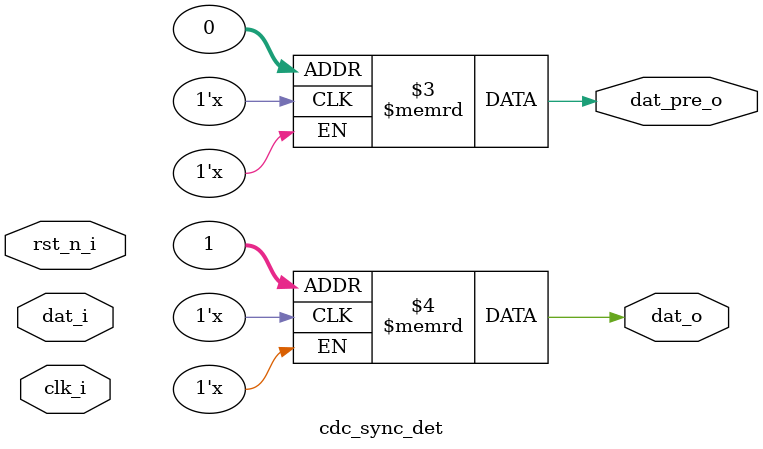
<source format=sv>

module cdc_sync #(
    parameter int STAGE      = 2,
    parameter int DATA_WIDTH = 1
) (
    input  logic                  clk_i,
    input  logic                  rst_n_i,
    input  logic [DATA_WIDTH-1:0] dat_i,
    output logic [DATA_WIDTH-1:0] dat_o
);

  logic [DATA_WIDTH-1:0] s_sync_dat[0:STAGE-1];
  for (genvar i = 0; i < STAGE; i++) begin : CDC_SYNC_BLOCK
    if (i == 0) begin : CDC_SYNC_0_BLOCK
      dffr #(DATA_WIDTH) u_sync_dffr (
          clk_i,
          rst_n_i,
          dat_i,
          s_sync_dat[0]
      );
    end else begin : CDC_SYNC_N0_BLOCK
      dffr #(DATA_WIDTH) u_sync_dffr (
          clk_i,
          rst_n_i,
          s_sync_dat[i-1],
          s_sync_dat[i]
      );
    end
  end

  assign dat_o = s_sync_dat[STAGE-1];
endmodule

module cdc_sync_det #(
    parameter int STAGE      = 2,
    parameter int DATA_WIDTH = 1
) (
    input  logic                  clk_i,
    input  logic                  rst_n_i,
    input  logic [DATA_WIDTH-1:0] dat_i,
    output logic [DATA_WIDTH-1:0] dat_pre_o,
    output logic [DATA_WIDTH-1:0] dat_o
);

  logic [DATA_WIDTH-1:0] s_sync_dat[0:STAGE-1];
  for (genvar i = 0; i < STAGE; i++) begin : CDC_SYNC_DET_BLOCK
    if (i == 0) begin : CDC_SYNC_DET_0_BLOCK
      dffr #(DATA_WIDTH) u_sync_dffr (
          clk_i,
          rst_n_i,
          dat_i,
          s_sync_dat[0]
      );
    end else begin : CDC_SYNC_DET_N0_BLOCK
      dffr #(DATA_WIDTH) u_sync_dffr (
          clk_i,
          rst_n_i,
          s_sync_dat[i-1],
          s_sync_dat[i]
      );
    end
  end

  assign dat_pre_o = s_sync_dat[STAGE-2];
  assign dat_o     = s_sync_dat[STAGE-1];
endmodule

</source>
